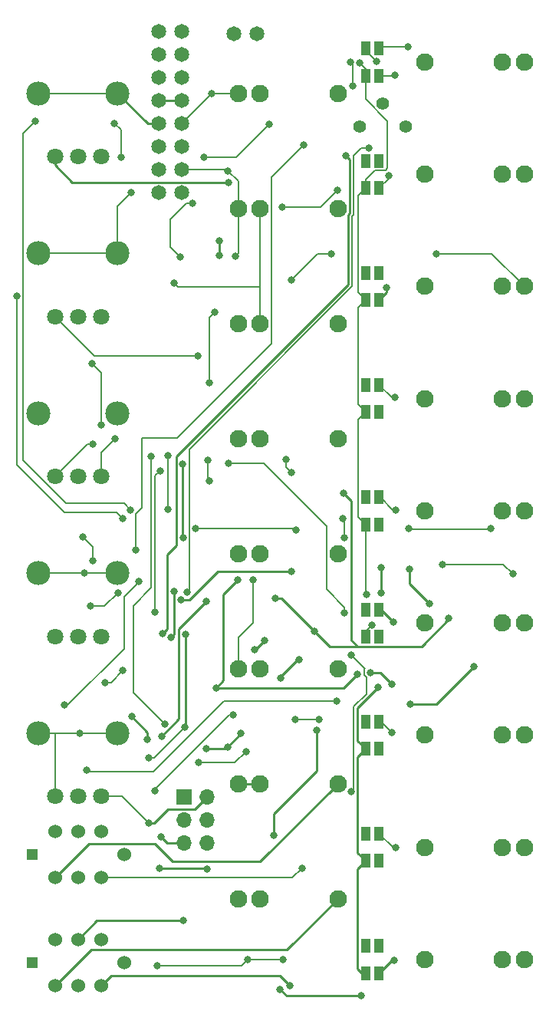
<source format=gbl>
G04 #@! TF.GenerationSoftware,KiCad,Pcbnew,(5.99.0-12261-ga2c28b18a8)*
G04 #@! TF.CreationDate,2021-10-12T13:44:05-07:00*
G04 #@! TF.ProjectId,SCMv3,53434d76-332e-46b6-9963-61645f706362,rev?*
G04 #@! TF.SameCoordinates,Original*
G04 #@! TF.FileFunction,Copper,L2,Bot*
G04 #@! TF.FilePolarity,Positive*
%FSLAX46Y46*%
G04 Gerber Fmt 4.6, Leading zero omitted, Abs format (unit mm)*
G04 Created by KiCad (PCBNEW (5.99.0-12261-ga2c28b18a8)) date 2021-10-12 13:44:05*
%MOMM*%
%LPD*%
G01*
G04 APERTURE LIST*
G04 #@! TA.AperFunction,ComponentPad*
%ADD10C,1.651000*%
G04 #@! TD*
G04 #@! TA.AperFunction,ComponentPad*
%ADD11C,1.397000*%
G04 #@! TD*
G04 #@! TA.AperFunction,ComponentPad*
%ADD12R,1.700000X1.700000*%
G04 #@! TD*
G04 #@! TA.AperFunction,ComponentPad*
%ADD13O,1.700000X1.700000*%
G04 #@! TD*
G04 #@! TA.AperFunction,ComponentPad*
%ADD14C,1.930400*%
G04 #@! TD*
G04 #@! TA.AperFunction,ComponentPad*
%ADD15C,1.524000*%
G04 #@! TD*
G04 #@! TA.AperFunction,ComponentPad*
%ADD16R,1.270000X1.270000*%
G04 #@! TD*
G04 #@! TA.AperFunction,ComponentPad*
%ADD17C,1.803400*%
G04 #@! TD*
G04 #@! TA.AperFunction,ComponentPad*
%ADD18C,2.667000*%
G04 #@! TD*
G04 #@! TA.AperFunction,SMDPad,CuDef*
%ADD19R,1.100000X1.500000*%
G04 #@! TD*
G04 #@! TA.AperFunction,ViaPad*
%ADD20C,0.800000*%
G04 #@! TD*
G04 #@! TA.AperFunction,Conductor*
%ADD21C,0.203200*%
G04 #@! TD*
G04 #@! TA.AperFunction,Conductor*
%ADD22C,0.250000*%
G04 #@! TD*
G04 APERTURE END LIST*
D10*
X16740000Y-2230000D03*
X19280000Y-2230000D03*
X16740000Y-4770000D03*
X19280000Y-4770000D03*
X16740000Y-7310000D03*
X19280000Y-7310000D03*
X16740000Y-9850000D03*
X19280000Y-9850000D03*
X16740000Y-12390000D03*
X19280000Y-12390000D03*
X16740000Y-14930000D03*
X19280000Y-14930000D03*
X16740000Y-17470000D03*
X19280000Y-17470000D03*
X16740000Y-20010000D03*
X19280000Y-20010000D03*
D11*
X38930000Y-12670000D03*
X41470000Y-10130000D03*
X44010000Y-12670000D03*
D12*
X19560000Y-86690000D03*
D13*
X22100000Y-86690000D03*
X19560000Y-89230000D03*
X22100000Y-89230000D03*
X19560000Y-91770000D03*
X22100000Y-91770000D03*
D10*
X27560000Y-2420000D03*
X25020000Y-2420000D03*
D14*
X46101000Y-17970500D03*
X57073800Y-17970500D03*
X54660800Y-17970500D03*
D15*
X5257800Y-90512900D03*
X7797800Y-90512900D03*
X10337800Y-90512900D03*
X5257800Y-95592900D03*
X7797800Y-95592900D03*
X10337800Y-95592900D03*
D16*
X2717800Y-93052900D03*
D15*
X12877800Y-93052900D03*
D14*
X36499800Y-9029700D03*
X25527000Y-9029700D03*
X27940000Y-9029700D03*
X36499800Y-34429700D03*
X25527000Y-34429700D03*
X27940000Y-34429700D03*
D17*
X10337637Y-51347943D03*
X7797637Y-51347943D03*
X5257637Y-51347943D03*
D18*
X12191837Y-44337543D03*
X3403437Y-44337543D03*
D19*
X39567420Y-90765500D03*
X39567420Y-93765500D03*
X41067420Y-93765500D03*
X41067420Y-90765500D03*
D14*
X46101000Y-30353000D03*
X57073800Y-30353000D03*
X54660800Y-30353000D03*
X46101000Y-42735500D03*
X57073800Y-42735500D03*
X54660800Y-42735500D03*
D17*
X10337637Y-33694943D03*
X7797637Y-33694943D03*
X5257637Y-33694943D03*
D18*
X12191837Y-26684543D03*
X3403437Y-26684543D03*
D17*
X10337637Y-86653943D03*
X7797637Y-86653943D03*
X5257637Y-86653943D03*
D18*
X12191837Y-79643543D03*
X3403437Y-79643543D03*
D14*
X46101000Y-104648000D03*
X57073800Y-104648000D03*
X54660800Y-104648000D03*
X36499800Y-72529700D03*
X25527000Y-72529700D03*
X27940000Y-72529700D03*
X36499800Y-97929700D03*
X25527000Y-97929700D03*
X27940000Y-97929700D03*
D15*
X5257800Y-102450900D03*
X7797800Y-102450900D03*
X10337800Y-102450900D03*
X5257800Y-107530900D03*
X7797800Y-107530900D03*
X10337800Y-107530900D03*
D16*
X2717800Y-104990900D03*
D15*
X12877800Y-104990900D03*
D14*
X46101000Y-5588000D03*
X57073800Y-5588000D03*
X54660800Y-5588000D03*
X36499800Y-59829700D03*
X25527000Y-59829700D03*
X27940000Y-59829700D03*
X46101000Y-92265500D03*
X57073800Y-92265500D03*
X54660800Y-92265500D03*
X46101000Y-67500500D03*
X57073800Y-67500500D03*
X54660800Y-67500500D03*
X36499800Y-47129700D03*
X25527000Y-47129700D03*
X27940000Y-47129700D03*
X36499800Y-85229700D03*
X25527000Y-85229700D03*
X27940000Y-85229700D03*
D19*
X39567420Y-41235500D03*
X39567420Y-44235500D03*
X41067420Y-44235500D03*
X41067420Y-41235500D03*
D17*
X10337637Y-69000943D03*
X7797637Y-69000943D03*
X5257637Y-69000943D03*
D18*
X12191837Y-61990543D03*
X3403437Y-61990543D03*
D19*
X39567420Y-4088000D03*
X39567420Y-7088000D03*
X41067420Y-7088000D03*
X41067420Y-4088000D03*
D17*
X10337637Y-16041943D03*
X7797637Y-16041943D03*
X5257637Y-16041943D03*
D18*
X12191837Y-9031543D03*
X3403437Y-9031543D03*
D19*
X39567420Y-28853000D03*
X39567420Y-31853000D03*
X41067420Y-31853000D03*
X41067420Y-28853000D03*
X39567420Y-66000500D03*
X39567420Y-69000500D03*
X41067420Y-69000500D03*
X41067420Y-66000500D03*
D14*
X46101000Y-79883000D03*
X57073800Y-79883000D03*
X54660800Y-79883000D03*
D19*
X39567420Y-16470500D03*
X39567420Y-19470500D03*
X41067420Y-19470500D03*
X41067420Y-16470500D03*
X39567420Y-53618000D03*
X39567420Y-56618000D03*
X41067420Y-56618000D03*
X41067420Y-53618000D03*
X39567420Y-78383000D03*
X39567420Y-81383000D03*
X41067420Y-81383000D03*
X41067420Y-78383000D03*
D14*
X46101000Y-55118000D03*
X57073800Y-55118000D03*
X54660800Y-55118000D03*
X36499800Y-21729700D03*
X25527000Y-21729700D03*
X27940000Y-21729700D03*
D19*
X39567420Y-103148000D03*
X39567420Y-106148000D03*
X41067420Y-106148000D03*
X41067420Y-103148000D03*
D20*
X30805275Y-49444918D03*
X15650000Y-82420000D03*
X37224116Y-58094880D03*
X35820000Y-26750000D03*
X13700000Y-20000000D03*
X25190000Y-27010000D03*
X22340000Y-51840000D03*
X9480380Y-47729620D03*
X31370000Y-29610000D03*
X47400000Y-26730000D03*
X19640000Y-78980000D03*
X26590000Y-104640000D03*
X19120000Y-27070000D03*
X31380000Y-50870000D03*
X27140000Y-62780000D03*
X21950000Y-81330000D03*
X24390000Y-17600000D03*
X37010000Y-55970000D03*
X24370000Y-81170000D03*
X8549457Y-61990543D03*
X16800000Y-94600000D03*
X8016457Y-79643543D03*
X25830000Y-79710000D03*
X18420000Y-63990000D03*
X31790000Y-78160000D03*
X48020000Y-61020000D03*
X34430000Y-78140000D03*
X19400000Y-58060000D03*
X22570000Y-9100000D03*
X12730000Y-72770000D03*
X18070000Y-69080000D03*
X22160000Y-49530000D03*
X19380000Y-49940000D03*
X20460000Y-21190000D03*
X16570000Y-105320000D03*
X22100000Y-94670000D03*
X30420000Y-104670000D03*
X55840000Y-62100000D03*
X10780000Y-74060000D03*
X19680000Y-68780000D03*
X36460000Y-19730000D03*
X8320000Y-58040000D03*
X30330000Y-21620000D03*
X9410000Y-60650000D03*
X9400000Y-38890000D03*
X12540000Y-16110000D03*
X15630000Y-89600000D03*
X10380000Y-45640000D03*
X11880000Y-47140000D03*
X18418900Y-30000000D03*
X11840000Y-12330000D03*
X19480000Y-100370000D03*
X24410011Y-18859989D03*
X21050000Y-38050000D03*
X32521100Y-94560000D03*
X31170000Y-107510000D03*
X39949120Y-15087600D03*
X19830000Y-64090000D03*
X24920000Y-77610000D03*
X16295500Y-86028336D03*
X3070000Y-12130000D03*
X13633883Y-55050716D03*
X12747299Y-55937299D03*
X1038900Y-31390000D03*
X16330000Y-66320000D03*
X16890000Y-50690000D03*
X14230000Y-59460000D03*
X32770000Y-14720000D03*
X31370000Y-61840000D03*
X12250000Y-64140000D03*
X9170000Y-65638900D03*
X19180000Y-64950000D03*
X36390000Y-76140000D03*
X14550000Y-62950000D03*
X6320000Y-76570000D03*
X8740000Y-83770000D03*
X31920000Y-57210000D03*
X17741499Y-54958668D03*
X21160000Y-82900000D03*
X26340000Y-81710000D03*
X15910000Y-49080000D03*
X17396948Y-78626948D03*
X17740000Y-49000000D03*
X20802201Y-57050000D03*
X53420000Y-57050000D03*
X44350000Y-57090000D03*
X23420000Y-25320000D03*
X37224116Y-66340000D03*
X23420000Y-26930000D03*
X24420000Y-49850000D03*
X37960000Y-71000000D03*
X22330000Y-40970000D03*
X22940000Y-33170000D03*
X37968409Y-86107436D03*
X21760000Y-16050000D03*
X28890000Y-12420000D03*
X44430000Y-61530000D03*
X46620000Y-65390000D03*
X48715500Y-66990000D03*
X37108384Y-53188616D03*
X33945000Y-68415000D03*
X32190000Y-71570000D03*
X30220000Y-73590000D03*
X29560000Y-64750000D03*
X27320000Y-70440000D03*
X30080000Y-107910000D03*
X39090000Y-108670000D03*
X28406979Y-69467781D03*
X29460000Y-90910000D03*
X34147500Y-79362500D03*
X17066252Y-79982242D03*
X41270000Y-64180000D03*
X21997125Y-65107474D03*
X41260000Y-61360000D03*
X25480000Y-62730000D03*
X23050000Y-74640000D03*
X51560000Y-72310000D03*
X44520000Y-76470000D03*
X40079424Y-72945566D03*
X42510000Y-74270000D03*
X38677223Y-73126470D03*
X39698168Y-64306704D03*
X38905688Y-5708904D03*
X40237989Y-67720104D03*
X40949538Y-74631970D03*
X38180000Y-8200000D03*
X37870000Y-5620000D03*
X42740000Y-104720000D03*
X42870000Y-92330000D03*
X42451528Y-79571088D03*
X42645584Y-67368928D03*
X42880000Y-55000000D03*
X42790000Y-42620000D03*
X41890696Y-30456632D03*
X42116248Y-18120360D03*
X44230000Y-3920000D03*
X42820336Y-7045960D03*
X40781224Y-5531104D03*
X17159631Y-68667405D03*
X37386056Y-15903311D03*
X15490000Y-80390000D03*
X17020000Y-91130000D03*
X13790000Y-77850000D03*
D21*
X11440000Y-74060000D02*
X12730000Y-72770000D01*
X8549457Y-61990543D02*
X12191837Y-61990543D01*
X12191837Y-26684543D02*
X12191837Y-21508163D01*
X22640300Y-9029700D02*
X25527000Y-9029700D01*
X26590000Y-104640000D02*
X30390000Y-104640000D01*
D22*
X18420000Y-68730000D02*
X18070000Y-69080000D01*
D21*
X37224116Y-56184116D02*
X37224116Y-58094880D01*
X27140000Y-67500000D02*
X25527000Y-69113000D01*
X3403437Y-61990543D02*
X8549457Y-61990543D01*
X22570000Y-9100000D02*
X22640300Y-9029700D01*
D22*
X19680000Y-68780000D02*
X19680000Y-78997388D01*
D21*
X25527000Y-18737000D02*
X24390000Y-17600000D01*
X22160000Y-49530000D02*
X22160000Y-51660000D01*
X53450800Y-26730000D02*
X57073800Y-30353000D01*
X37010000Y-55970000D02*
X37224116Y-56184116D01*
D22*
X16800000Y-94600000D02*
X22030000Y-94600000D01*
X22030000Y-94600000D02*
X22100000Y-94670000D01*
X16740000Y-12390000D02*
X15550294Y-12390000D01*
D21*
X48020000Y-61020000D02*
X54760000Y-61020000D01*
X30390000Y-104640000D02*
X30420000Y-104670000D01*
X25910000Y-105320000D02*
X16570000Y-105320000D01*
D22*
X19400000Y-58060000D02*
X19380000Y-58040000D01*
X21950000Y-81330000D02*
X24210000Y-81330000D01*
D21*
X8016457Y-79643543D02*
X12191837Y-79643543D01*
X16200000Y-82420000D02*
X19640000Y-78980000D01*
X19770000Y-21190000D02*
X20460000Y-21190000D01*
X19280000Y-12390000D02*
X22570000Y-9100000D01*
X5333543Y-79643543D02*
X8016457Y-79643543D01*
X31370000Y-29610000D02*
X34230000Y-26750000D01*
X34230000Y-26750000D02*
X35820000Y-26750000D01*
D22*
X19380000Y-58040000D02*
X19380000Y-49940000D01*
X15550294Y-12390000D02*
X12191837Y-9031543D01*
D21*
X10780000Y-74060000D02*
X11440000Y-74060000D01*
X25190000Y-27010000D02*
X25527000Y-26673000D01*
X25527000Y-21729700D02*
X25527000Y-18737000D01*
X24260000Y-17470000D02*
X24390000Y-17600000D01*
X3403437Y-26684543D02*
X12191837Y-26684543D01*
D22*
X18420000Y-63990000D02*
X18420000Y-68730000D01*
D21*
X30805275Y-49444918D02*
X30805275Y-50295275D01*
X5333543Y-79643543D02*
X5257637Y-79719449D01*
X31790000Y-78160000D02*
X34410000Y-78160000D01*
D22*
X24370000Y-81170000D02*
X25830000Y-79710000D01*
D21*
X12191837Y-21508163D02*
X13700000Y-20000000D01*
X19280000Y-17470000D02*
X24260000Y-17470000D01*
X8875960Y-47729620D02*
X9480380Y-47729620D01*
X15650000Y-82420000D02*
X16200000Y-82420000D01*
X3403437Y-9031543D02*
X12191837Y-9031543D01*
X54760000Y-61020000D02*
X55840000Y-62100000D01*
X18030000Y-25980000D02*
X18030000Y-22930000D01*
X5257637Y-51347943D02*
X8875960Y-47729620D01*
X18030000Y-22930000D02*
X19770000Y-21190000D01*
D22*
X24210000Y-81330000D02*
X24370000Y-81170000D01*
D21*
X25527000Y-69113000D02*
X25527000Y-72529700D01*
X34410000Y-78160000D02*
X34430000Y-78140000D01*
X22160000Y-51660000D02*
X22340000Y-51840000D01*
X5257637Y-79719449D02*
X5257637Y-86653943D01*
X30805275Y-50295275D02*
X31380000Y-50870000D01*
X47400000Y-26730000D02*
X53450800Y-26730000D01*
X3403437Y-79643543D02*
X5333543Y-79643543D01*
D22*
X27940000Y-85229700D02*
X25527000Y-85229700D01*
D21*
X19120000Y-27070000D02*
X18030000Y-25980000D01*
X26590000Y-104640000D02*
X25910000Y-105320000D01*
X25527000Y-26673000D02*
X25527000Y-21729700D01*
X27140000Y-62780000D02*
X27140000Y-67500000D01*
D22*
X20734511Y-88055489D02*
X22100000Y-86690000D01*
X17774511Y-88055489D02*
X20734511Y-88055489D01*
D21*
X27940000Y-30370000D02*
X27940000Y-34429700D01*
X10337637Y-86653943D02*
X12683943Y-86653943D01*
X10337637Y-48682363D02*
X11880000Y-47140000D01*
D22*
X16230000Y-89600000D02*
X17774511Y-88055489D01*
D21*
X12540000Y-16110000D02*
X12540000Y-13030000D01*
X10337637Y-51347943D02*
X10337637Y-48682363D01*
X9400000Y-38890000D02*
X10390000Y-39880000D01*
X9410000Y-59130000D02*
X8320000Y-58040000D01*
X27940000Y-30370000D02*
X27880000Y-30430000D01*
X27940000Y-21729700D02*
X27940000Y-30370000D01*
D22*
X15630000Y-89600000D02*
X16230000Y-89600000D01*
D21*
X10390000Y-39880000D02*
X10390000Y-45630000D01*
X34570000Y-21620000D02*
X30330000Y-21620000D01*
X9410000Y-60650000D02*
X9410000Y-59130000D01*
X36460000Y-19730000D02*
X34570000Y-21620000D01*
X27880000Y-30430000D02*
X18848900Y-30430000D01*
X12683943Y-86653943D02*
X15630000Y-89600000D01*
X10390000Y-45630000D02*
X10380000Y-45640000D01*
X18848900Y-30430000D02*
X18418900Y-30000000D01*
X12540000Y-13030000D02*
X11840000Y-12330000D01*
D22*
X7797800Y-102450900D02*
X9878700Y-100370000D01*
X9878700Y-100370000D02*
X19480000Y-100370000D01*
X9897375Y-18860000D02*
X7170000Y-18860000D01*
X7170000Y-18860000D02*
X5257637Y-16947637D01*
X5257637Y-16947637D02*
X5257637Y-16041943D01*
X9897386Y-18859989D02*
X9897375Y-18860000D01*
X24410011Y-18859989D02*
X9897386Y-18859989D01*
D21*
X5257637Y-33694943D02*
X9612694Y-38050000D01*
X9612694Y-38050000D02*
X21050000Y-38050000D01*
X10337800Y-95592900D02*
X31488200Y-95592900D01*
X31488200Y-95592900D02*
X32521100Y-94560000D01*
D22*
X16270000Y-91840000D02*
X18270000Y-93840000D01*
X27889500Y-93840000D02*
X36499800Y-85229700D01*
X9010700Y-91840000D02*
X16270000Y-91840000D01*
X18270000Y-93840000D02*
X27889500Y-93840000D01*
X5257800Y-95592900D02*
X9010700Y-91840000D01*
X11448700Y-106420000D02*
X30080000Y-106420000D01*
X30080000Y-106420000D02*
X31170000Y-107510000D01*
X10337800Y-107530900D02*
X11448700Y-106420000D01*
X30892089Y-103537411D02*
X36499800Y-97929700D01*
X9251289Y-103537411D02*
X30892089Y-103537411D01*
X5257800Y-107530900D02*
X9251289Y-103537411D01*
D21*
X20101101Y-55050407D02*
X20081101Y-55030407D01*
X38215621Y-15920077D02*
X39048098Y-15087600D01*
X38215621Y-22440419D02*
X38215621Y-15920077D01*
X39048098Y-15087600D02*
X39949120Y-15087600D01*
X20081101Y-48307891D02*
X38067488Y-30321504D01*
X38067488Y-30321504D02*
X38067488Y-22588552D01*
X19830000Y-64090000D02*
X20101101Y-63818899D01*
X20101101Y-63818899D02*
X20101101Y-55050407D01*
X20081101Y-55030407D02*
X20081101Y-48307891D01*
X38067488Y-22588552D02*
X38215621Y-22440419D01*
X16295500Y-85862992D02*
X16295500Y-86028344D01*
X24548492Y-77610000D02*
X16295500Y-85862992D01*
X24920000Y-77610000D02*
X24548492Y-77610000D01*
X6505066Y-54296405D02*
X12879572Y-54296405D01*
X12879572Y-54296405D02*
X13633883Y-55050716D01*
X1740000Y-13460000D02*
X1740000Y-49531339D01*
X1740000Y-49531339D02*
X6505066Y-54296405D01*
X3070000Y-12130000D02*
X1740000Y-13460000D01*
X1038900Y-31390000D02*
X1038900Y-50048900D01*
X1038900Y-50048900D02*
X6280000Y-55290000D01*
X12100000Y-55290000D02*
X12747299Y-55937299D01*
X6280000Y-55290000D02*
X12100000Y-55290000D01*
X16330000Y-66320000D02*
X16330000Y-51250000D01*
X16330000Y-51250000D02*
X16890000Y-50690000D01*
X14870000Y-54806107D02*
X14230000Y-55446107D01*
X18790000Y-47070000D02*
X14870000Y-47070000D01*
X14230000Y-55446107D02*
X14230000Y-59460000D01*
X29206311Y-18283689D02*
X29206311Y-36653689D01*
X32770000Y-14720000D02*
X29206311Y-18283689D01*
X14870000Y-47070000D02*
X14870000Y-54806107D01*
X29206311Y-36653689D02*
X18790000Y-47070000D01*
D22*
X20154600Y-64950000D02*
X19180000Y-64950000D01*
X23264600Y-61840000D02*
X20154600Y-64950000D01*
D21*
X12250000Y-64140000D02*
X10750000Y-65640000D01*
D22*
X31370000Y-61840000D02*
X23264600Y-61840000D01*
D21*
X9171100Y-65640000D02*
X9170000Y-65638900D01*
X10750000Y-65640000D02*
X9171100Y-65640000D01*
X6640000Y-76570000D02*
X12881101Y-70328899D01*
X23930000Y-76140000D02*
X16160000Y-83910000D01*
X24410000Y-76140000D02*
X24170000Y-76140000D01*
X6320000Y-76570000D02*
X6640000Y-76570000D01*
X24170000Y-76140000D02*
X23990000Y-76140000D01*
X24750000Y-76140000D02*
X24410000Y-76140000D01*
X8880000Y-83910000D02*
X8740000Y-83770000D01*
X14550000Y-62960000D02*
X14550000Y-62950000D01*
X16160000Y-83910000D02*
X8880000Y-83910000D01*
X12881101Y-64628899D02*
X14550000Y-62960000D01*
X25340000Y-76140000D02*
X25180000Y-76140000D01*
X23990000Y-76140000D02*
X23930000Y-76140000D01*
X36390000Y-76140000D02*
X25340000Y-76140000D01*
X12881101Y-70328899D02*
X12881101Y-64628899D01*
X25180000Y-76140000D02*
X24750000Y-76140000D01*
X44410000Y-57150000D02*
X44350000Y-57090000D01*
X21160000Y-82900000D02*
X25150000Y-82900000D01*
X13940000Y-75170000D02*
X17396948Y-78626948D01*
X25150000Y-82900000D02*
X26340000Y-81710000D01*
X15910000Y-63611508D02*
X13940000Y-65581508D01*
X17740000Y-49000000D02*
X17740000Y-54957169D01*
X53320000Y-57150000D02*
X44410000Y-57150000D01*
X15910000Y-49080000D02*
X15910000Y-63611508D01*
X31760000Y-57050000D02*
X20802201Y-57050000D01*
X31920000Y-57210000D02*
X31760000Y-57050000D01*
X13940000Y-65581508D02*
X13940000Y-75170000D01*
X53420000Y-57050000D02*
X53320000Y-57150000D01*
X17740000Y-54957169D02*
X17741499Y-54958668D01*
X39378323Y-73235973D02*
X39661101Y-73518751D01*
X39378323Y-72655159D02*
X39378323Y-73235973D01*
X39661101Y-75317795D02*
X38266798Y-76712099D01*
X38266798Y-85809047D02*
X37968409Y-86107436D01*
X24420000Y-49850000D02*
X28296684Y-49850000D01*
X22330000Y-33780000D02*
X22940000Y-33170000D01*
X39661101Y-73518751D02*
X39661101Y-75317795D01*
X22330000Y-40970000D02*
X22330000Y-33780000D01*
X37960000Y-71000000D02*
X39496741Y-72536741D01*
X35233489Y-63783489D02*
X37224116Y-65774116D01*
D22*
X23420000Y-25320000D02*
X23420000Y-26930000D01*
D21*
X35233489Y-56786805D02*
X35233489Y-63783489D01*
X28296684Y-49850000D02*
X35233489Y-56786805D01*
X39496741Y-72536741D02*
X39378323Y-72655159D01*
X38266798Y-76712099D02*
X38266798Y-85809047D01*
X37224116Y-65774116D02*
X37224116Y-66340000D01*
X28890000Y-12420000D02*
X25260000Y-16050000D01*
X25260000Y-16050000D02*
X21760000Y-16050000D01*
D22*
X16740000Y-9850000D02*
X19280000Y-9850000D01*
X44430000Y-61530000D02*
X44430000Y-63200000D01*
X44430000Y-63200000D02*
X46620000Y-65390000D01*
X37948616Y-69328638D02*
X37948616Y-54028848D01*
X32080000Y-71570000D02*
X30220000Y-73430000D01*
X38694989Y-70075011D02*
X37948616Y-69328638D01*
X38694989Y-70075011D02*
X45734989Y-70075011D01*
X32190000Y-71570000D02*
X32080000Y-71570000D01*
X37948616Y-54028848D02*
X37108384Y-53188616D01*
X30280000Y-64750000D02*
X29560000Y-64750000D01*
X35605011Y-70075011D02*
X30280000Y-64750000D01*
X30220000Y-73430000D02*
X30220000Y-73590000D01*
X38694989Y-70075011D02*
X35605011Y-70075011D01*
X45734989Y-70075011D02*
X48715500Y-67094500D01*
X48715500Y-67094500D02*
X48715500Y-66990000D01*
X27434760Y-70440000D02*
X27320000Y-70440000D01*
X28406979Y-69467781D02*
X27434760Y-70440000D01*
X30080000Y-107910000D02*
X30840000Y-108670000D01*
X34147500Y-79362500D02*
X34147500Y-83862500D01*
X34147500Y-83862500D02*
X29460000Y-88550000D01*
X30840000Y-108670000D02*
X39090000Y-108670000D01*
X29460000Y-88550000D02*
X29460000Y-90910000D01*
X41270000Y-64180000D02*
X41270000Y-61370000D01*
X41270000Y-61370000D02*
X41260000Y-61360000D01*
X18955499Y-68149100D02*
X18955499Y-78092995D01*
X18955499Y-78092995D02*
X17066252Y-79982242D01*
X21997125Y-65107474D02*
X18955499Y-68149100D01*
X23880000Y-73810000D02*
X23050000Y-74640000D01*
X42510000Y-74270000D02*
X41185566Y-72945566D01*
X37163693Y-74640000D02*
X38677223Y-73126470D01*
X23880000Y-64330000D02*
X23880000Y-73810000D01*
X41185566Y-72945566D02*
X40079424Y-72945566D01*
X23050000Y-74640000D02*
X37163693Y-74640000D01*
X47400000Y-76470000D02*
X44520000Y-76470000D01*
X25480000Y-62730000D02*
X23880000Y-64330000D01*
X51560000Y-72310000D02*
X47400000Y-76470000D01*
D21*
X38716309Y-32704111D02*
X39567420Y-31853000D01*
X38716309Y-55766889D02*
X38716309Y-45086611D01*
X41999408Y-17273016D02*
X41999408Y-12117832D01*
X40563109Y-17521611D02*
X41750813Y-17521611D01*
X39567420Y-68390673D02*
X39567420Y-69000500D01*
X39567420Y-64175956D02*
X39567420Y-56618000D01*
X39567420Y-19470500D02*
X39567420Y-18517300D01*
X39698168Y-64306704D02*
X39567420Y-64175956D01*
D22*
X38692909Y-94640011D02*
X39567420Y-93765500D01*
X39567420Y-81383000D02*
X38692909Y-80508489D01*
D21*
X40237989Y-67720104D02*
X39567420Y-68390673D01*
X39567420Y-9685844D02*
X39567420Y-7088000D01*
X39567420Y-6370636D02*
X38905688Y-5708904D01*
X41750813Y-17521611D02*
X41999408Y-17273016D01*
X39567420Y-31853000D02*
X38716309Y-31001889D01*
D22*
X38692909Y-105648325D02*
X38692909Y-94640011D01*
D21*
X41999408Y-12117832D02*
X39567420Y-9685844D01*
D22*
X38692909Y-76888599D02*
X40949538Y-74631970D01*
X38692909Y-80508489D02*
X38692909Y-76888599D01*
X39567420Y-93765500D02*
X38692909Y-92890989D01*
D21*
X38716309Y-31001889D02*
X38716309Y-20321611D01*
D22*
X39192584Y-106148000D02*
X38692909Y-105648325D01*
D21*
X39567420Y-7088000D02*
X39567420Y-6370636D01*
X38716309Y-20321611D02*
X39567420Y-19470500D01*
X39567420Y-44235500D02*
X38716309Y-43384389D01*
X39567420Y-18517300D02*
X40563109Y-17521611D01*
D22*
X39567420Y-106148000D02*
X39192584Y-106148000D01*
D21*
X38716309Y-45086611D02*
X39567420Y-44235500D01*
D22*
X38692909Y-92890989D02*
X38692909Y-82257511D01*
D21*
X38716309Y-43384389D02*
X38716309Y-32704111D01*
D22*
X38692909Y-82257511D02*
X39567420Y-81383000D01*
D21*
X39567420Y-56618000D02*
X38716309Y-55766889D01*
X38180000Y-5930000D02*
X37870000Y-5620000D01*
X38180000Y-8200000D02*
X38180000Y-5930000D01*
D22*
X42495420Y-104720000D02*
X41067420Y-106148000D01*
X42740000Y-104720000D02*
X42495420Y-104720000D01*
D21*
X42870000Y-92330000D02*
X42631920Y-92330000D01*
X42812400Y-92272400D02*
X42870000Y-92330000D01*
X42631920Y-92330000D02*
X41067420Y-90765500D01*
X41067420Y-78383000D02*
X41263440Y-78383000D01*
X41263440Y-78383000D02*
X42451528Y-79571088D01*
D22*
X41067420Y-66000500D02*
X41277156Y-66000500D01*
X41277156Y-66000500D02*
X42645584Y-67368928D01*
D21*
X41176064Y-53618000D02*
X41067420Y-53618000D01*
X42558064Y-55000000D02*
X41176064Y-53618000D01*
X42880000Y-55000000D02*
X42558064Y-55000000D01*
X42451920Y-42620000D02*
X41067420Y-41235500D01*
D22*
X41067420Y-31853000D02*
X41890696Y-31029724D01*
X41890696Y-31029724D02*
X41890696Y-30456632D01*
D21*
X41067420Y-19470500D02*
X42116248Y-18421672D01*
X42116248Y-18421672D02*
X42116248Y-18120360D01*
X44230000Y-3920000D02*
X41235420Y-3920000D01*
X41067420Y-7088000D02*
X42778296Y-7088000D01*
X42778296Y-7088000D02*
X42820336Y-7045960D01*
X39567420Y-4317300D02*
X39567420Y-4088000D01*
X40781224Y-5531104D02*
X39567420Y-4317300D01*
D22*
X37641378Y-22412050D02*
X37789510Y-22263918D01*
X37641377Y-30145003D02*
X37641378Y-22412050D01*
X18655499Y-49130881D02*
X37641377Y-30145003D01*
X37789510Y-22263918D02*
X37789510Y-16306765D01*
X18655499Y-58969901D02*
X18655499Y-49130881D01*
X17690000Y-68137036D02*
X17690000Y-59935400D01*
X17159631Y-68667405D02*
X17690000Y-68137036D01*
X17690000Y-59935400D02*
X18655499Y-58969901D01*
X37789510Y-16306765D02*
X37386056Y-15903311D01*
X15490000Y-79550000D02*
X15490000Y-80390000D01*
X17660000Y-91770000D02*
X19560000Y-91770000D01*
X17020000Y-91130000D02*
X17660000Y-91770000D01*
X13790000Y-77850000D02*
X15490000Y-79550000D01*
M02*

</source>
